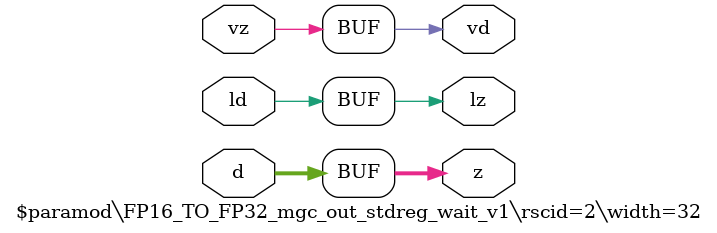
<source format=v>
module \$paramod\FP16_TO_FP32_mgc_out_stdreg_wait_v1\rscid=2\width=32 (ld, vd, d, lz, vz, z);
  (* src = "./vmod/vlibs/HLS_fp16_to_fp32.v:47" *)
  input [31:0] d;
  (* src = "./vmod/vlibs/HLS_fp16_to_fp32.v:45" *)
  input ld;
  (* src = "./vmod/vlibs/HLS_fp16_to_fp32.v:48" *)
  output lz;
  (* src = "./vmod/vlibs/HLS_fp16_to_fp32.v:46" *)
  output vd;
  (* src = "./vmod/vlibs/HLS_fp16_to_fp32.v:49" *)
  input vz;
  (* src = "./vmod/vlibs/HLS_fp16_to_fp32.v:50" *)
  output [31:0] z;
  assign lz = ld;
  assign vd = vz;
  assign z = d;
endmodule

</source>
